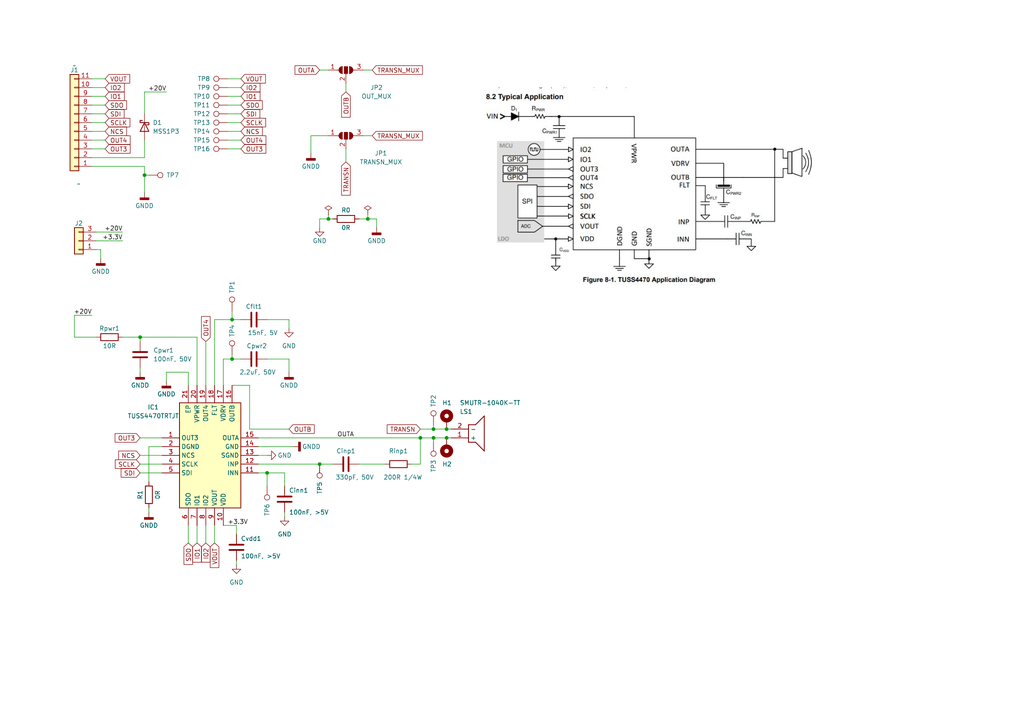
<source format=kicad_sch>
(kicad_sch (version 20230121) (generator eeschema)
  (paper "A4")
  (lib_symbols
    (symbol "Connector:TestPoint" (pin_numbers hide) (pin_names (offset 0.762) hide)
      (property "Reference" "TP" (at 0 6.858 0))
      (property "Value" "TestPoint" (at 0 5.08 0))
      (symbol "TestPoint_0_1"
        (circle (center 0 3.302) (radius 0.762))
      )
      (symbol "TestPoint_1_1"
        (pin passive line (at 0 0 90) (length 2.54) (name "1") (number "1"))
      )
    )
    (symbol "Connector_Generic:Conn_01x03" (pin_names (offset 1.016) hide)
      (property "Reference" "J" (at 0 5.08 0))
      (property "Value" "Conn_01x03" (at 0 -5.08 0))
      (symbol "Conn_01x03_1_1"
        (rectangle (start -1.27 -2.413) (end 0 -2.667) (stroke (width 0.1524)))
        (rectangle (start -1.27 0.127) (end 0 -0.127) (stroke (width 0.1524)))
        (rectangle (start -1.27 2.667) (end 0 2.413) (stroke (width 0.1524)))
        (rectangle (start -1.27 3.81) (end 1.27 -3.81) (stroke (width 0.254)) (fill (type background)))
        (pin passive line (at -5.08 2.54 0) (length 3.81) (name "Pin_1") (number "1"))
        (pin passive line (at -5.08 0 0) (length 3.81) (name "Pin_2") (number "2"))
        (pin passive line (at -5.08 -2.54 0) (length 3.81) (name "Pin_3") (number "3"))
      )
    )
    (symbol "Connector_Generic:Conn_01x11" (pin_names (offset 1.016) hide)
      (property "Reference" "J" (at 0 15.24 0))
      (property "Value" "Conn_01x11" (at 0 -15.24 0))
      (symbol "Conn_01x11_1_1"
        (rectangle (start -1.27 -12.573) (end 0 -12.827) (stroke (width 0.1524)))
        (rectangle (start -1.27 -10.033) (end 0 -10.287) (stroke (width 0.1524)))
        (rectangle (start -1.27 -7.493) (end 0 -7.747) (stroke (width 0.1524)))
        (rectangle (start -1.27 -4.953) (end 0 -5.207) (stroke (width 0.1524)))
        (rectangle (start -1.27 -2.413) (end 0 -2.667) (stroke (width 0.1524)))
        (rectangle (start -1.27 0.127) (end 0 -0.127) (stroke (width 0.1524)))
        (rectangle (start -1.27 2.667) (end 0 2.413) (stroke (width 0.1524)))
        (rectangle (start -1.27 5.207) (end 0 4.953) (stroke (width 0.1524)))
        (rectangle (start -1.27 7.747) (end 0 7.493) (stroke (width 0.1524)))
        (rectangle (start -1.27 10.287) (end 0 10.033) (stroke (width 0.1524)))
        (rectangle (start -1.27 12.827) (end 0 12.573) (stroke (width 0.1524)))
        (rectangle (start -1.27 13.97) (end 1.27 -13.97) (stroke (width 0.254)) (fill (type background)))
        (pin passive line (at -5.08 12.7 0) (length 3.81) (name "Pin_1") (number "1"))
        (pin passive line (at -5.08 -10.16 0) (length 3.81) (name "Pin_10") (number "10"))
        (pin passive line (at -5.08 -12.7 0) (length 3.81) (name "Pin_11") (number "11"))
        (pin passive line (at -5.08 10.16 0) (length 3.81) (name "Pin_2") (number "2"))
        (pin passive line (at -5.08 7.62 0) (length 3.81) (name "Pin_3") (number "3"))
        (pin passive line (at -5.08 5.08 0) (length 3.81) (name "Pin_4") (number "4"))
        (pin passive line (at -5.08 2.54 0) (length 3.81) (name "Pin_5") (number "5"))
        (pin passive line (at -5.08 0 0) (length 3.81) (name "Pin_6") (number "6"))
        (pin passive line (at -5.08 -2.54 0) (length 3.81) (name "Pin_7") (number "7"))
        (pin passive line (at -5.08 -5.08 0) (length 3.81) (name "Pin_8") (number "8"))
        (pin passive line (at -5.08 -7.62 0) (length 3.81) (name "Pin_9") (number "9"))
      )
    )
    (symbol "Device:C" (pin_numbers hide) (pin_names (offset 0.254))
      (property "Reference" "C" (at 0.635 2.54 0))
      (property "Value" "C" (at 0.635 -2.54 0))
      (symbol "C_0_1"
        (polyline (pts (xy -2.032 -0.762) (xy 2.032 -0.762)) (stroke (width 0.508)))
        (polyline (pts (xy -2.032 0.762) (xy 2.032 0.762)) (stroke (width 0.508)))
      )
      (symbol "C_1_1"
        (pin passive line (at 0 3.81 270) (length 2.794) (name "~") (number "1"))
        (pin passive line (at 0 -3.81 90) (length 2.794) (name "~") (number "2"))
      )
    )
    (symbol "Device:D_Schottky" (pin_numbers hide) (pin_names (offset 1.016) hide)
      (property "Reference" "D" (at 0 2.54 0))
      (property "Value" "D_Schottky" (at 0 -2.54 0))
      (symbol "D_Schottky_0_1"
        (polyline (pts (xy 1.27 0) (xy -1.27 0)))
        (polyline (pts (xy 1.27 1.27) (xy 1.27 -1.27) (xy -1.27 0) (xy 1.27 1.27)) (stroke (width 0.254)))
        (polyline (pts (xy -1.905 0.635) (xy -1.905 1.27) (xy -1.27 1.27) (xy -1.27 -1.27) (xy -0.635 -1.27) (xy -0.635 -0.635)) (stroke (width 0.254)))
      )
      (symbol "D_Schottky_1_1"
        (pin passive line (at -3.81 0 0) (length 2.54) (name "K") (number "1"))
        (pin passive line (at 3.81 0 180) (length 2.54) (name "A") (number "2"))
      )
    )
    (symbol "Device:R" (pin_numbers hide) (pin_names (offset 0))
      (property "Reference" "R" (at 2.032 0 90))
      (property "Value" "R" (at 0 0 90))
      (symbol "R_0_1"
        (rectangle (start -1.016 -2.54) (end 1.016 2.54) (stroke (width 0.254)))
      )
      (symbol "R_1_1"
        (pin passive line (at 0 3.81 270) (length 1.27) (name "~") (number "1"))
        (pin passive line (at 0 -3.81 90) (length 1.27) (name "~") (number "2"))
      )
    )
    (symbol "Jumper:SolderJumper_3_Open" (pin_names (offset 0) hide)
      (property "Reference" "JP" (at -2.54 -2.54 0))
      (property "Value" "SolderJumper_3_Open" (at 0 2.794 0))
      (symbol "SolderJumper_3_Open_0_1"
        (arc (start -1.016 1.016) (mid -2.0276 0) (end -1.016 -1.016))
        (arc (start -1.016 1.016) (mid -2.0276 0) (end -1.016 -1.016) (fill (type outline)))
        (rectangle (start -0.508 1.016) (end 0.508 -1.016) (fill (type outline)))
        (polyline (pts (xy -2.54 0) (xy -2.032 0)))
        (polyline (pts (xy -1.016 1.016) (xy -1.016 -1.016)))
        (polyline (pts (xy 0 -1.27) (xy 0 -1.016)))
        (polyline (pts (xy 1.016 1.016) (xy 1.016 -1.016)))
        (polyline (pts (xy 2.54 0) (xy 2.032 0)))
        (arc (start 1.016 -1.016) (mid 2.0276 0) (end 1.016 1.016))
        (arc (start 1.016 -1.016) (mid 2.0276 0) (end 1.016 1.016) (fill (type outline)))
      )
      (symbol "SolderJumper_3_Open_1_1"
        (pin passive line (at -5.08 0 0) (length 2.54) (name "A") (number "1"))
        (pin passive line (at 0 -3.81 90) (length 2.54) (name "C") (number "2"))
        (pin passive line (at 5.08 0 180) (length 2.54) (name "B") (number "3"))
      )
    )
    (symbol "Mechanical:MountingHole_Pad" (pin_numbers hide) (pin_names (offset 1.016) hide)
      (property "Reference" "H" (at 0 6.35 0))
      (property "Value" "MountingHole_Pad" (at 0 4.445 0))
      (symbol "MountingHole_Pad_0_1"
        (circle (center 0 1.27) (radius 1.27) (stroke (width 1.27)))
      )
      (symbol "MountingHole_Pad_1_1"
        (pin input line (at 0 -2.54 90) (length 2.54) (name "1") (number "1"))
      )
    )
    (symbol "SMUTR-1040K-TT:SMUTR-1040K-TT"
      (property "Reference" "LS" (at 11.43 0 0))
      (property "Value" "SMUTR-1040K-TT" (at 11.43 -2.54 0))
      (symbol "SMUTR-1040K-TT_1_1"
        (polyline (pts (xy 5.08 1.27) (xy 5.08 -3.81)) (stroke (width 0.254)))
        (polyline (pts (xy 5.08 1.27) (xy 7.112 1.27)) (stroke (width 0.254)))
        (polyline (pts (xy 7.112 -3.81) (xy 5.08 -3.81)) (stroke (width 0.254)))
        (polyline (pts (xy 7.112 -3.81) (xy 9.652 -6.35)) (stroke (width 0.254)))
        (polyline (pts (xy 9.652 3.81) (xy 7.112 1.27)) (stroke (width 0.254)))
        (polyline (pts (xy 9.652 3.81) (xy 9.652 -6.35)) (stroke (width 0.254)))
        (pin passive line (at 0 0 0) (length 5.08) (name "+") (number "1"))
        (pin passive line (at 0 -2.54 0) (length 5.08) (name "-") (number "2"))
      )
    )
    (symbol "TUSS4470TRTJT:TUSS4470TRTJT"
      (property "Reference" "IC" (at 24.13 15.24 0))
      (property "Value" "TUSS4470TRTJT" (at 24.13 12.7 0))
      (symbol "TUSS4470TRTJT_1_1"
        (rectangle (start 5.08 10.16) (end 22.86 -20.32) (stroke (width 0.254)) (fill (type background)))
        (pin passive line (at 0 0 0) (length 5.08) (name "OUT3") (number "1"))
        (pin passive line (at 17.78 -25.4 90) (length 5.08) (name "VDD") (number "10"))
        (pin passive line (at 27.94 -10.16 180) (length 5.08) (name "INN") (number "11"))
        (pin passive line (at 27.94 -7.62 180) (length 5.08) (name "INP") (number "12"))
        (pin passive line (at 27.94 -5.08 180) (length 5.08) (name "SGND") (number "13"))
        (pin passive line (at 27.94 -2.54 180) (length 5.08) (name "GND") (number "14"))
        (pin passive line (at 27.94 0 180) (length 5.08) (name "OUTA") (number "15"))
        (pin passive line (at 20.32 15.24 270) (length 5.08) (name "OUTB") (number "16"))
        (pin passive line (at 17.78 15.24 270) (length 5.08) (name "VDRV") (number "17"))
        (pin passive line (at 15.24 15.24 270) (length 5.08) (name "FLT") (number "18"))
        (pin passive line (at 12.7 15.24 270) (length 5.08) (name "OUT4") (number "19"))
        (pin passive line (at 0 -2.54 0) (length 5.08) (name "DGND") (number "2"))
        (pin passive line (at 10.16 15.24 270) (length 5.08) (name "VPWR") (number "20"))
        (pin passive line (at 7.62 15.24 270) (length 5.08) (name "EP") (number "21"))
        (pin passive line (at 0 -5.08 0) (length 5.08) (name "NCS") (number "3"))
        (pin passive line (at 0 -7.62 0) (length 5.08) (name "SCLK") (number "4"))
        (pin passive line (at 0 -10.16 0) (length 5.08) (name "SDI") (number "5"))
        (pin passive line (at 7.62 -25.4 90) (length 5.08) (name "SDO") (number "6"))
        (pin passive line (at 10.16 -25.4 90) (length 5.08) (name "IO1") (number "7"))
        (pin passive line (at 12.7 -25.4 90) (length 5.08) (name "IO2") (number "8"))
        (pin passive line (at 15.24 -25.4 90) (length 5.08) (name "VOUT") (number "9"))
      )
    )
    (symbol "power:GND" (power) (pin_names (offset 0))
      (property "Value" "GND" (at 0 -3.81 0))
      (symbol "GND_0_1"
        (polyline (pts (xy 0 0) (xy 0 -1.27) (xy 1.27 -1.27) (xy 0 -2.54) (xy -1.27 -1.27) (xy 0 -1.27)))
      )
      (symbol "GND_1_1"
        (pin power_in line (at 0 0 270) (length 0) hide (name "GND") (number "1"))
      )
    )
    (symbol "power:GNDD" (power) (pin_names (offset 0))
      (property "Value" "GNDD" (at 0 -3.175 0))
      (symbol "GNDD_0_1"
        (rectangle (start -1.27 -1.524) (end 1.27 -2.032) (stroke (width 0.254)) (fill (type outline)))
        (polyline (pts (xy 0 0) (xy 0 -1.524)))
      )
      (symbol "GNDD_1_1"
        (pin power_in line (at 0 0 270) (length 0) hide (name "GNDD") (number "1"))
      )
    )
    (symbol "power:PWR_FLAG" (power) (pin_numbers hide) (pin_names (offset 0) hide)
      (property "Value" "PWR_FLAG" (at 0 3.81 0))
      (symbol "PWR_FLAG_0_0"
        (pin power_out line (at 0 0 90) (length 0) (name "pwr") (number "1"))
      )
      (symbol "PWR_FLAG_0_1"
        (polyline (pts (xy 0 0) (xy 0 1.27) (xy -1.016 1.905) (xy 0 2.54) (xy 1.016 1.905) (xy 0 1.27)))
      )
    )
  )
  (junction (at 67.31 104.14))
  (junction (at 129.54 127))
  (junction (at 125.73 127))
  (junction (at 77.47 137.16))
  (junction (at 106.68 63.5))
  (junction (at 95.25 63.5))
  (junction (at 40.64 97.79))
  (junction (at 129.54 124.46))
  (junction (at 67.31 92.71))
  (junction (at 41.91 50.8))
  (junction (at 92.71 134.62))
  (junction (at 125.73 124.46))
  (junction (at 121.92 127))
  (wire (pts (xy 59.69 99.06) (xy 59.69 111.76)))
  (wire (pts (xy 121.92 134.62) (xy 119.38 134.62)))
  (wire (pts (xy 104.14 134.62) (xy 111.76 134.62)))
  (wire (pts (xy 54.61 107.95) (xy 54.61 111.76)))
  (wire (pts (xy 92.71 66.04) (xy 92.71 63.5)))
  (wire (pts (xy 43.18 129.54) (xy 43.18 139.7)))
  (wire (pts (xy 66.04 22.86) (xy 69.85 22.86)))
  (wire (pts (xy 26.67 33.02) (xy 30.48 33.02)))
  (wire (pts (xy 121.92 127) (xy 125.73 127)))
  (wire (pts (xy 82.55 137.16) (xy 82.55 140.97)))
  (wire (pts (xy 92.71 63.5) (xy 95.25 63.5)))
  (wire (pts (xy 125.73 124.46) (xy 129.54 124.46)))
  (wire (pts (xy 26.67 25.4) (xy 30.48 25.4)))
  (wire (pts (xy 125.73 128.27) (xy 125.73 127)))
  (wire (pts (xy 83.82 107.95) (xy 83.82 104.14)))
  (wire (pts (xy 90.17 39.37) (xy 90.17 44.45)))
  (wire (pts (xy 66.04 38.1) (xy 69.85 38.1)))
  (wire (pts (xy 27.94 69.85) (xy 35.56 69.85)))
  (wire (pts (xy 48.26 107.95) (xy 54.61 107.95)))
  (wire (pts (xy 72.39 111.76) (xy 72.39 124.46)))
  (wire (pts (xy 109.22 63.5) (xy 109.22 66.04)))
  (wire (pts (xy 95.25 63.5) (xy 96.52 63.5)))
  (wire (pts (xy 66.04 30.48) (xy 69.85 30.48)))
  (wire (pts (xy 121.92 124.46) (xy 125.73 124.46)))
  (wire (pts (xy 26.67 43.18) (xy 30.48 43.18)))
  (wire (pts (xy 92.71 20.32) (xy 95.25 20.32)))
  (wire (pts (xy 77.47 140.97) (xy 77.47 137.16)))
  (wire (pts (xy 67.31 111.76) (xy 72.39 111.76)))
  (wire (pts (xy 67.31 90.17) (xy 67.31 92.71)))
  (wire (pts (xy 68.58 152.4) (xy 68.58 154.94)))
  (wire (pts (xy 130.81 124.46) (xy 129.54 124.46)))
  (wire (pts (xy 54.61 152.4) (xy 54.61 157.48)))
  (wire (pts (xy 35.56 97.79) (xy 40.64 97.79)))
  (wire (pts (xy 106.68 62.23) (xy 106.68 63.5)))
  (wire (pts (xy 100.33 43.18) (xy 100.33 46.99)))
  (wire (pts (xy 106.68 63.5) (xy 109.22 63.5)))
  (wire (pts (xy 21.59 91.44) (xy 26.67 91.44)))
  (wire (pts (xy 72.39 124.46) (xy 83.82 124.46)))
  (wire (pts (xy 46.99 129.54) (xy 43.18 129.54)))
  (wire (pts (xy 83.82 104.14) (xy 77.47 104.14)))
  (wire (pts (xy 66.04 33.02) (xy 69.85 33.02)))
  (wire (pts (xy 41.91 50.8) (xy 41.91 55.88)))
  (wire (pts (xy 95.25 62.23) (xy 95.25 63.5)))
  (wire (pts (xy 59.69 152.4) (xy 59.69 157.48)))
  (wire (pts (xy 27.94 67.31) (xy 35.56 67.31)))
  (wire (pts (xy 40.64 97.79) (xy 57.15 97.79)))
  (wire (pts (xy 40.64 106.68) (xy 40.64 107.95)))
  (wire (pts (xy 21.59 97.79) (xy 27.94 97.79)))
  (wire (pts (xy 67.31 92.71) (xy 69.85 92.71)))
  (wire (pts (xy 57.15 97.79) (xy 57.15 111.76)))
  (wire (pts (xy 105.41 39.37) (xy 107.95 39.37)))
  (wire (pts (xy 121.92 134.62) (xy 121.92 127)))
  (wire (pts (xy 67.31 104.14) (xy 69.85 104.14)))
  (wire (pts (xy 41.91 26.67) (xy 48.26 26.67)))
  (wire (pts (xy 66.04 27.94) (xy 69.85 27.94)))
  (wire (pts (xy 74.93 134.62) (xy 92.71 134.62)))
  (wire (pts (xy 82.55 148.59) (xy 82.55 149.86)))
  (wire (pts (xy 66.04 25.4) (xy 69.85 25.4)))
  (wire (pts (xy 68.58 162.56) (xy 68.58 163.83)))
  (wire (pts (xy 26.67 38.1) (xy 30.48 38.1)))
  (wire (pts (xy 40.64 132.08) (xy 46.99 132.08)))
  (wire (pts (xy 43.18 148.59) (xy 43.18 147.32)))
  (wire (pts (xy 26.67 48.26) (xy 41.91 48.26)))
  (wire (pts (xy 41.91 40.64) (xy 41.91 45.72)))
  (wire (pts (xy 40.64 97.79) (xy 40.64 99.06)))
  (wire (pts (xy 105.41 20.32) (xy 107.95 20.32)))
  (wire (pts (xy 100.33 24.13) (xy 100.33 26.67)))
  (wire (pts (xy 48.26 110.49) (xy 48.26 107.95)))
  (wire (pts (xy 62.23 92.71) (xy 67.31 92.71)))
  (wire (pts (xy 41.91 26.67) (xy 41.91 33.02)))
  (wire (pts (xy 26.67 22.86) (xy 30.48 22.86)))
  (wire (pts (xy 26.67 35.56) (xy 30.48 35.56)))
  (wire (pts (xy 92.71 134.62) (xy 96.52 134.62)))
  (wire (pts (xy 21.59 91.44) (xy 21.59 97.79)))
  (wire (pts (xy 125.73 127) (xy 129.54 127)))
  (wire (pts (xy 77.47 137.16) (xy 82.55 137.16)))
  (wire (pts (xy 68.58 152.4) (xy 64.77 152.4)))
  (wire (pts (xy 40.64 134.62) (xy 46.99 134.62)))
  (wire (pts (xy 67.31 102.87) (xy 67.31 104.14)))
  (wire (pts (xy 43.18 50.8) (xy 41.91 50.8)))
  (wire (pts (xy 26.67 27.94) (xy 30.48 27.94)))
  (wire (pts (xy 74.93 129.54) (xy 85.09 129.54)))
  (wire (pts (xy 83.82 92.71) (xy 77.47 92.71)))
  (wire (pts (xy 41.91 48.26) (xy 41.91 50.8)))
  (wire (pts (xy 27.94 72.39) (xy 29.21 72.39)))
  (wire (pts (xy 74.93 132.08) (xy 77.47 132.08)))
  (wire (pts (xy 26.67 45.72) (xy 41.91 45.72)))
  (wire (pts (xy 74.93 127) (xy 121.92 127)))
  (wire (pts (xy 57.15 152.4) (xy 57.15 157.48)))
  (wire (pts (xy 125.73 124.46) (xy 125.73 123.19)))
  (wire (pts (xy 29.21 72.39) (xy 29.21 74.93)))
  (wire (pts (xy 104.14 63.5) (xy 106.68 63.5)))
  (wire (pts (xy 62.23 152.4) (xy 62.23 157.48)))
  (wire (pts (xy 83.82 95.25) (xy 83.82 92.71)))
  (wire (pts (xy 64.77 111.76) (xy 64.77 104.14)))
  (wire (pts (xy 26.67 40.64) (xy 30.48 40.64)))
  (wire (pts (xy 66.04 40.64) (xy 69.85 40.64)))
  (wire (pts (xy 95.25 39.37) (xy 90.17 39.37)))
  (wire (pts (xy 64.77 104.14) (xy 67.31 104.14)))
  (wire (pts (xy 40.64 127) (xy 46.99 127)))
  (wire (pts (xy 130.81 127) (xy 129.54 127)))
  (wire (pts (xy 66.04 43.18) (xy 69.85 43.18)))
  (wire (pts (xy 62.23 111.76) (xy 62.23 92.71)))
  (wire (pts (xy 40.64 137.16) (xy 46.99 137.16)))
  (wire (pts (xy 26.67 30.48) (xy 30.48 30.48)))
  (wire (pts (xy 74.93 137.16) (xy 77.47 137.16)))
  (wire (pts (xy 66.04 35.56) (xy 69.85 35.56)))
  (image (at 185.42 55.88) (scale 1.4836))
  (label "+20V" (at 48.26 26.67 180))
  (label "+3.3V" (at 66.04 152.4 0))
  (label "+20V" (at 26.67 91.44 180))
  (label "+3.3V" (at 35.56 69.85 180))
  (label "+20V" (at 35.56 67.31 180))
  (label "OUTA" (at 97.79 127 0))
  (global_label "VOUT" (shape input) (at 30.48 22.86 0) (property "Intersheetrefs" "${INTERSHEET_REFS}" (effects hide)))
  (global_label "SCLK" (shape input) (at 30.48 35.56 0) (property "Intersheetrefs" "${INTERSHEET_REFS}" (effects hide)))
  (global_label "IO1" (shape input) (at 69.85 27.94 0) (property "Intersheetrefs" "${INTERSHEET_REFS}" (effects hide)))
  (global_label "OUT4" (shape input) (at 30.48 40.64 0) (property "Intersheetrefs" "${INTERSHEET_REFS}" (effects hide)))
  (global_label "SDO" (shape input) (at 30.48 30.48 0) (property "Intersheetrefs" "${INTERSHEET_REFS}" (effects hide)))
  (global_label "IO2" (shape input) (at 69.85 25.4 0) (property "Intersheetrefs" "${INTERSHEET_REFS}" (effects hide)))
  (global_label "TRANSN_MUX" (shape input) (at 107.95 20.32 0) (property "Intersheetrefs" "${INTERSHEET_REFS}" (effects hide)))
  (global_label "IO2" (shape input) (at 59.69 157.48 270) (property "Intersheetrefs" "${INTERSHEET_REFS}" (effects hide)))
  (global_label "IO1" (shape input) (at 57.15 157.48 270) (property "Intersheetrefs" "${INTERSHEET_REFS}" (effects hide)))
  (global_label "NCS" (shape input) (at 40.64 132.08 180) (property "Intersheetrefs" "${INTERSHEET_REFS}" (effects hide)))
  (global_label "OUT4" (shape input) (at 69.85 40.64 0) (property "Intersheetrefs" "${INTERSHEET_REFS}" (effects hide)))
  (global_label "SDI" (shape input) (at 30.48 33.02 0) (property "Intersheetrefs" "${INTERSHEET_REFS}" (effects hide)))
  (global_label "IO1" (shape input) (at 30.48 27.94 0) (property "Intersheetrefs" "${INTERSHEET_REFS}" (effects hide)))
  (global_label "TRANSN" (shape input) (at 100.33 46.99 270) (property "Intersheetrefs" "${INTERSHEET_REFS}" (effects hide)))
  (global_label "VOUT" (shape input) (at 69.85 22.86 0) (property "Intersheetrefs" "${INTERSHEET_REFS}" (effects hide)))
  (global_label "SDI" (shape input) (at 69.85 33.02 0) (property "Intersheetrefs" "${INTERSHEET_REFS}" (effects hide)))
  (global_label "OUTB" (shape input) (at 100.33 26.67 270) (property "Intersheetrefs" "${INTERSHEET_REFS}" (effects hide)))
  (global_label "OUT3" (shape input) (at 40.64 127 180) (property "Intersheetrefs" "${INTERSHEET_REFS}" (effects hide)))
  (global_label "OUT3" (shape input) (at 30.48 43.18 0) (property "Intersheetrefs" "${INTERSHEET_REFS}" (effects hide)))
  (global_label "TRANSN" (shape input) (at 121.92 124.46 180) (property "Intersheetrefs" "${INTERSHEET_REFS}" (effects hide)))
  (global_label "SCLK" (shape input) (at 40.64 134.62 180) (property "Intersheetrefs" "${INTERSHEET_REFS}" (effects hide)))
  (global_label "VOUT" (shape input) (at 62.23 157.48 270) (property "Intersheetrefs" "${INTERSHEET_REFS}" (effects hide)))
  (global_label "OUTA" (shape input) (at 92.71 20.32 180) (property "Intersheetrefs" "${INTERSHEET_REFS}" (effects hide)))
  (global_label "SDO" (shape input) (at 69.85 30.48 0) (property "Intersheetrefs" "${INTERSHEET_REFS}" (effects hide)))
  (global_label "SDI" (shape input) (at 40.64 137.16 180) (property "Intersheetrefs" "${INTERSHEET_REFS}" (effects hide)))
  (global_label "OUT4" (shape input) (at 59.69 99.06 90) (property "Intersheetrefs" "${INTERSHEET_REFS}" (effects hide)))
  (global_label "NCS" (shape input) (at 69.85 38.1 0) (property "Intersheetrefs" "${INTERSHEET_REFS}" (effects hide)))
  (global_label "SCLK" (shape input) (at 69.85 35.56 0) (property "Intersheetrefs" "${INTERSHEET_REFS}" (effects hide)))
  (global_label "OUT3" (shape input) (at 69.85 43.18 0) (property "Intersheetrefs" "${INTERSHEET_REFS}" (effects hide)))
  (global_label "TRANSN_MUX" (shape input) (at 107.95 39.37 0) (property "Intersheetrefs" "${INTERSHEET_REFS}" (effects hide)))
  (global_label "SDO" (shape input) (at 54.61 157.48 270) (property "Intersheetrefs" "${INTERSHEET_REFS}" (effects hide)))
  (global_label "OUTB" (shape input) (at 83.82 124.46 0) (property "Intersheetrefs" "${INTERSHEET_REFS}" (effects hide)))
  (global_label "IO2" (shape input) (at 30.48 25.4 0) (property "Intersheetrefs" "${INTERSHEET_REFS}" (effects hide)))
  (global_label "NCS" (shape input) (at 30.48 38.1 0) (property "Intersheetrefs" "${INTERSHEET_REFS}" (effects hide)))
  (symbol (lib_id "SMUTR-1040K-TT:SMUTR-1040K-TT") (at 130.81 127 0) (mirror x) (unit 1)
    (property "Reference" "LS1" (at 133.35 119.38 0) (effects (justify left)))
    (property "Value" "SMUTR-1040K-TT" (at 133.35 116.84 0) (effects (justify left)))
    (property "Footprint" "SMUTR1040KTT" (effects hide))
    (property "Datasheet" "https://api.puiaudio.com/file/5f36037e-552c-44f5-a859-95b1452f269b.pdf" (effects hide))
    (property "Height" "4" (effects hide))
    (property "Manufacturer_Name" "PUI Audio" (effects hide))
    (property "Manufacturer_Part_Number" "SMUTR-1040K-TT" (effects hide))
  )
  (symbol (lib_id "Jumper:SolderJumper_3_Open") (at 100.33 20.32 0) (unit 1)
    (property "Reference" "JP2" (at 109.22 25.4 0))
    (property "Value" "OUT_MUX" (at 109.22 27.94 0))
    (property "Footprint" "Jumper:SolderJumper-3_P1.3mm_Open_Pad1.0x1.5mm" (effects hide))
  )
  (symbol (lib_id "Device:R") (at 100.33 63.5 90) (unit 1)
    (property "Reference" "R0" (at 100.33 60.96 90))
    (property "Value" "0R" (at 100.33 66.04 90))
    (property "Footprint" "Resistor_SMD:R_0603_1608Metric" (effects hide))
  )
  (symbol (lib_id "Connector:TestPoint") (at 66.04 27.94 90) (mirror x) (unit 1)
    (property "Reference" "TP10" (at 60.96 27.94 90) (effects (justify left)))
    (property "Value" "IO1" (effects hide))
    (property "Footprint" "TestPoint:TestPoint_Pad_D1.0mm" (effects hide))
  )
  (symbol (lib_id "Jumper:SolderJumper_3_Open") (at 100.33 39.37 0) (unit 1)
    (property "Reference" "JP1" (at 110.49 44.45 0))
    (property "Value" "TRANSN_MUX" (at 110.49 46.99 0))
    (property "Footprint" "Jumper:SolderJumper-3_P1.3mm_Open_Pad1.0x1.5mm" (effects hide))
  )
  (symbol (lib_id "Connector:TestPoint") (at 66.04 33.02 90) (mirror x) (unit 1)
    (property "Reference" "TP12" (at 60.96 33.02 90) (effects (justify left)))
    (property "Value" "SDI" (effects hide))
    (property "Footprint" "TestPoint:TestPoint_Pad_D1.0mm" (effects hide))
  )
  (symbol (lib_id "Device:R") (at 115.57 134.62 90) (unit 1)
    (property "Reference" "Rinp1" (at 115.57 130.81 90))
    (property "Value" "200R 1/4W" (at 116.84 138.43 90))
    (property "Footprint" "Resistor_SMD:R_0805_2012Metric" (effects hide))
  )
  (symbol (lib_id "power:GND") (at 92.71 66.04 0) (unit 1)
    (property "Reference" "#PWR014" (effects hide))
    (property "Value" "GND" (at 92.71 69.85 0))
  )
  (symbol (lib_id "Device:C") (at 68.58 158.75 0) (unit 1)
    (property "Reference" "Cvdd1" (at 69.85 156.21 0) (effects (justify left)))
    (property "Value" "100nF, >5V" (at 69.85 161.29 0) (effects (justify left)))
    (property "Footprint" "Capacitor_SMD:C_0603_1608Metric" (effects hide))
  )
  (symbol (lib_id "Connector:TestPoint") (at 66.04 22.86 90) (mirror x) (unit 1)
    (property "Reference" "TP8" (at 60.96 22.86 90) (effects (justify left)))
    (property "Value" "VOUT" (effects hide))
    (property "Footprint" "TestPoint:TestPoint_Pad_D1.0mm" (effects hide))
  )
  (symbol (lib_id "power:GNDD") (at 85.09 129.54 90) (unit 1)
    (property "Reference" "#PWR016" (effects hide))
    (property "Value" "GNDD" (at 87.63 129.54 90) (effects (justify right)))
  )
  (symbol (lib_id "power:PWR_FLAG") (at 95.25 62.23 0) (unit 1)
    (property "Reference" "#FLG01" (effects hide))
    (property "Value" "PWR_FLAG" (effects hide))
  )
  (symbol (lib_id "Device:C") (at 40.64 102.87 0) (unit 1)
    (property "Reference" "Cpwr1" (at 44.45 101.6 0) (effects (justify left)))
    (property "Value" "100nF, 50V" (at 44.45 104.14 0) (effects (justify left)))
    (property "Footprint" "Capacitor_SMD:C_0603_1608Metric" (effects hide))
  )
  (symbol (lib_id "Connector:TestPoint") (at 125.73 128.27 180) (unit 1)
    (property "Reference" "TP3" (at 125.73 133.35 90) (effects (justify left)))
    (property "Value" "TRANSN" (effects hide))
    (property "Footprint" "TestPoint:TestPoint_Pad_D2.0mm" (effects hide))
  )
  (symbol (lib_id "Connector:TestPoint") (at 43.18 50.8 270) (mirror x) (unit 1)
    (property "Reference" "TP7" (at 48.26 50.8 90) (effects (justify left)))
    (property "Value" "GND" (effects hide))
    (property "Footprint" "TestPoint:TestPoint_Pad_D2.0mm" (effects hide))
  )
  (symbol (lib_id "Connector:TestPoint") (at 66.04 30.48 90) (mirror x) (unit 1)
    (property "Reference" "TP11" (at 60.96 30.48 90) (effects (justify left)))
    (property "Value" "SDO" (effects hide))
    (property "Footprint" "TestPoint:TestPoint_Pad_D1.0mm" (effects hide))
  )
  (symbol (lib_id "Connector:TestPoint") (at 66.04 25.4 90) (mirror x) (unit 1)
    (property "Reference" "TP9" (at 60.96 25.4 90) (effects (justify left)))
    (property "Value" "IO2" (effects hide))
    (property "Footprint" "TestPoint:TestPoint_Pad_D1.0mm" (effects hide))
  )
  (symbol (lib_id "power:GNDD") (at 29.21 74.93 0) (unit 1)
    (property "Reference" "#PWR017" (effects hide))
    (property "Value" "GNDD" (at 29.21 78.74 0))
  )
  (symbol (lib_id "Mechanical:MountingHole_Pad") (at 129.54 121.92 0) (unit 1)
    (property "Reference" "H1" (at 128.27 116.84 0) (effects (justify left)))
    (property "Value" "MountingHole_Pad" (effects hide))
    (property "Footprint" "MountingHole:MountingHole_2.2mm_M2_DIN965_Pad" (effects hide))
  )
  (symbol (lib_id "Mechanical:MountingHole_Pad") (at 129.54 129.54 180) (unit 1)
    (property "Reference" "H2" (at 128.27 134.62 0) (effects (justify right)))
    (property "Value" "MountingHole_Pad" (effects hide))
    (property "Footprint" "MountingHole:MountingHole_2.2mm_M2_DIN965_Pad" (effects hide))
  )
  (symbol (lib_id "Device:C") (at 73.66 92.71 90) (unit 1)
    (property "Reference" "Cflt1" (at 73.66 88.9 90))
    (property "Value" "15nF, 5V" (at 76.2 96.52 90))
    (property "Footprint" "Capacitor_SMD:C_0603_1608Metric" (effects hide))
  )
  (symbol (lib_id "power:GNDD") (at 40.64 107.95 0) (unit 1)
    (property "Reference" "#PWR013" (effects hide))
    (property "Value" "GNDD" (at 40.64 111.76 0))
  )
  (symbol (lib_id "Device:R") (at 31.75 97.79 90) (unit 1)
    (property "Reference" "Rpwr1" (at 31.75 95.25 90))
    (property "Value" "10R" (at 31.75 100.33 90))
    (property "Footprint" "Resistor_SMD:R_0603_1608Metric" (effects hide))
  )
  (symbol (lib_id "Connector:TestPoint") (at 77.47 140.97 180) (unit 1)
    (property "Reference" "TP6" (at 77.47 146.05 90) (effects (justify left)))
    (property "Value" "INN" (effects hide))
    (property "Footprint" "TestPoint:TestPoint_Pad_D2.0mm" (effects hide))
  )
  (symbol (lib_id "power:GNDD") (at 109.22 66.04 0) (unit 1)
    (property "Reference" "#PWR012" (effects hide))
    (property "Value" "GNDD" (at 109.22 69.85 0))
  )
  (symbol (lib_id "Connector:TestPoint") (at 66.04 35.56 90) (mirror x) (unit 1)
    (property "Reference" "TP13" (at 60.96 35.56 90) (effects (justify left)))
    (property "Value" "SCLK" (effects hide))
    (property "Footprint" "TestPoint:TestPoint_Pad_D1.0mm" (effects hide))
  )
  (symbol (lib_id "Connector:TestPoint") (at 66.04 43.18 90) (mirror x) (unit 1)
    (property "Reference" "TP16" (at 60.96 43.18 90) (effects (justify left)))
    (property "Value" "OUT3" (effects hide))
    (property "Footprint" "TestPoint:TestPoint_Pad_D1.0mm" (effects hide))
  )
  (symbol (lib_id "Device:C") (at 82.55 144.78 0) (unit 1)
    (property "Reference" "Cinn1" (at 83.82 142.24 0) (effects (justify left)))
    (property "Value" "100nF, >5V" (at 83.82 148.59 0) (effects (justify left)))
    (property "Footprint" "Capacitor_SMD:C_0603_1608Metric" (effects hide))
  )
  (symbol (lib_id "power:GND") (at 77.47 132.08 90) (unit 1)
    (property "Reference" "#PWR07" (effects hide))
    (property "Value" "GND" (at 82.55 132.08 90))
  )
  (symbol (lib_id "Device:C") (at 73.66 104.14 90) (unit 1)
    (property "Reference" "Cpwr2" (at 77.47 100.33 90) (effects (justify left)))
    (property "Value" "2.2uF, 50V" (at 80.01 107.95 90) (effects (justify left)))
    (property "Footprint" "Capacitor_SMD:C_0805_2012Metric" (effects hide))
  )
  (symbol (lib_id "Device:D_Schottky") (at 41.91 36.83 90) (mirror x) (unit 1)
    (property "Reference" "D1" (at 46.99 35.56 90) (effects (justify left)))
    (property "Value" "MSS1P3" (at 52.07 38.1 90) (effects (justify left)))
    (property "Footprint" "Diode_SMD:D_MicroSMP_AK" (effects hide))
  )
  (symbol (lib_id "power:GND") (at 83.82 95.25 0) (unit 1)
    (property "Reference" "#PWR06" (effects hide))
    (property "Value" "GND" (at 83.82 100.33 0))
  )
  (symbol (lib_id "Connector:TestPoint") (at 125.73 123.19 0) (unit 1)
    (property "Reference" "TP2" (at 125.73 118.11 90) (effects (justify left)))
    (property "Value" "TRANSP" (effects hide))
    (property "Footprint" "TestPoint:TestPoint_Pad_D2.0mm" (effects hide))
  )
  (symbol (lib_id "power:GNDD") (at 83.82 107.95 0) (unit 1)
    (property "Reference" "#PWR04" (effects hide))
    (property "Value" "GNDD" (at 83.82 111.76 0))
  )
  (symbol (lib_id "Connector:TestPoint") (at 66.04 40.64 90) (mirror x) (unit 1)
    (property "Reference" "TP15" (at 60.96 40.64 90) (effects (justify left)))
    (property "Value" "OUT4" (effects hide))
    (property "Footprint" "TestPoint:TestPoint_Pad_D1.0mm" (effects hide))
  )
  (symbol (lib_id "Device:C") (at 100.33 134.62 90) (unit 1)
    (property "Reference" "Cinp1" (at 100.33 130.81 90))
    (property "Value" "330pF, 50V" (at 102.87 138.43 90))
    (property "Footprint" "Capacitor_SMD:C_0603_1608Metric" (effects hide))
  )
  (symbol (lib_id "Connector_Generic:Conn_01x03") (at 22.86 69.85 180) (unit 1)
    (property "Reference" "J2" (at 22.86 64.77 0))
    (property "Value" "~" (at 22.86 53.34 0))
    (property "Footprint" "Connector_PinHeader_2.54mm:PinHeader_1x03_P2.54mm_Vertical" (effects hide))
  )
  (symbol (lib_id "power:GNDD") (at 48.26 110.49 0) (unit 1)
    (property "Reference" "#PWR015" (effects hide))
    (property "Value" "GNDD" (at 48.26 114.3 0))
  )
  (symbol (lib_id "Connector:TestPoint") (at 67.31 102.87 0) (unit 1)
    (property "Reference" "TP4" (at 67.31 97.79 90) (effects (justify left)))
    (property "Value" "VDRV" (effects hide))
    (property "Footprint" "TestPoint:TestPoint_Pad_D2.0mm" (effects hide))
  )
  (symbol (lib_id "power:PWR_FLAG") (at 106.68 62.23 0) (unit 1)
    (property "Reference" "#FLG03" (effects hide))
    (property "Value" "PWR_FLAG" (effects hide))
  )
  (symbol (lib_id "Connector_Generic:Conn_01x11") (at 21.59 35.56 180) (unit 1)
    (property "Reference" "J1" (at 21.59 20.32 0))
    (property "Value" "~" (at 21.59 19.05 0))
    (property "Footprint" "Connector_PinHeader_2.54mm:PinHeader_1x11_P2.54mm_Vertical" (effects hide))
  )
  (symbol (lib_id "Connector:TestPoint") (at 66.04 38.1 90) (mirror x) (unit 1)
    (property "Reference" "TP14" (at 60.96 38.1 90) (effects (justify left)))
    (property "Value" "NCS" (effects hide))
    (property "Footprint" "TestPoint:TestPoint_Pad_D1.0mm" (effects hide))
  )
  (symbol (lib_id "Device:R") (at 43.18 143.51 180) (unit 1)
    (property "Reference" "R1" (at 40.64 143.51 90))
    (property "Value" "0R" (at 45.72 143.51 90))
    (property "Footprint" "Resistor_SMD:R_0603_1608Metric" (effects hide))
  )
  (symbol (lib_id "power:GNDD") (at 90.17 44.45 0) (unit 1)
    (property "Reference" "#PWR09" (effects hide))
    (property "Value" "GNDD" (at 90.17 48.26 0))
  )
  (symbol (lib_id "Connector:TestPoint") (at 92.71 134.62 180) (unit 1)
    (property "Reference" "TP5" (at 92.71 139.7 90) (effects (justify left)))
    (property "Value" "INP" (effects hide))
    (property "Footprint" "TestPoint:TestPoint_Pad_D2.0mm" (effects hide))
  )
  (symbol (lib_id "power:GND") (at 68.58 163.83 0) (unit 1)
    (property "Reference" "#PWR011" (effects hide))
    (property "Value" "GND" (at 68.58 168.91 0))
  )
  (symbol (lib_id "power:GNDD") (at 41.91 55.88 0) (unit 1)
    (property "Reference" "#PWR02" (effects hide))
    (property "Value" "GNDD" (at 41.91 59.69 0))
  )
  (symbol (lib_id "power:GND") (at 82.55 149.86 0) (unit 1)
    (property "Reference" "#PWR08" (effects hide))
    (property "Value" "GND" (at 82.55 154.94 0))
  )
  (symbol (lib_id "power:GNDD") (at 43.18 148.59 0) (unit 1)
    (property "Reference" "#PWR05" (effects hide))
    (property "Value" "GNDD" (at 43.18 152.4 0))
  )
  (symbol (lib_id "Connector:TestPoint") (at 67.31 90.17 0) (unit 1)
    (property "Reference" "TP1" (at 67.31 85.09 90) (effects (justify left)))
    (property "Value" "FLT" (effects hide))
    (property "Footprint" "TestPoint:TestPoint_Pad_D2.0mm" (effects hide))
  )
  (symbol (lib_id "TUSS4470TRTJT:TUSS4470TRTJT") (at 46.99 127 0) (unit 1)
    (property "Reference" "IC1" (at 44.45 118.11 0))
    (property "Value" "TUSS4470TRTJT" (at 44.45 120.65 0))
    (property "Footprint" "QFN50P400X400X80-21N-D" (effects hide))
    (property "Datasheet" "https://www.ti.com/lit/gpn/TUSS4470" (effects hide))
    (property "Height" "0.8" (effects hide))
    (property "Manufacturer_Name" "Texas Instruments" (effects hide))
    (property "Manufacturer_Part_Number" "TUSS4470TRTJT" (effects hide))
    (property "Mouser Part Number" "595-TUSS4470TRTJT" (effects hide))
    (property "Mouser Price/Stock" "https://www.mouser.co.uk/ProductDetail/Texas-Instruments/TUSS4470TRTJT?qs=xZ%2FP%252Ba9zWqbLTbKNHEKnrQ%3D%3D" (effects hide))
  )
)
</source>
